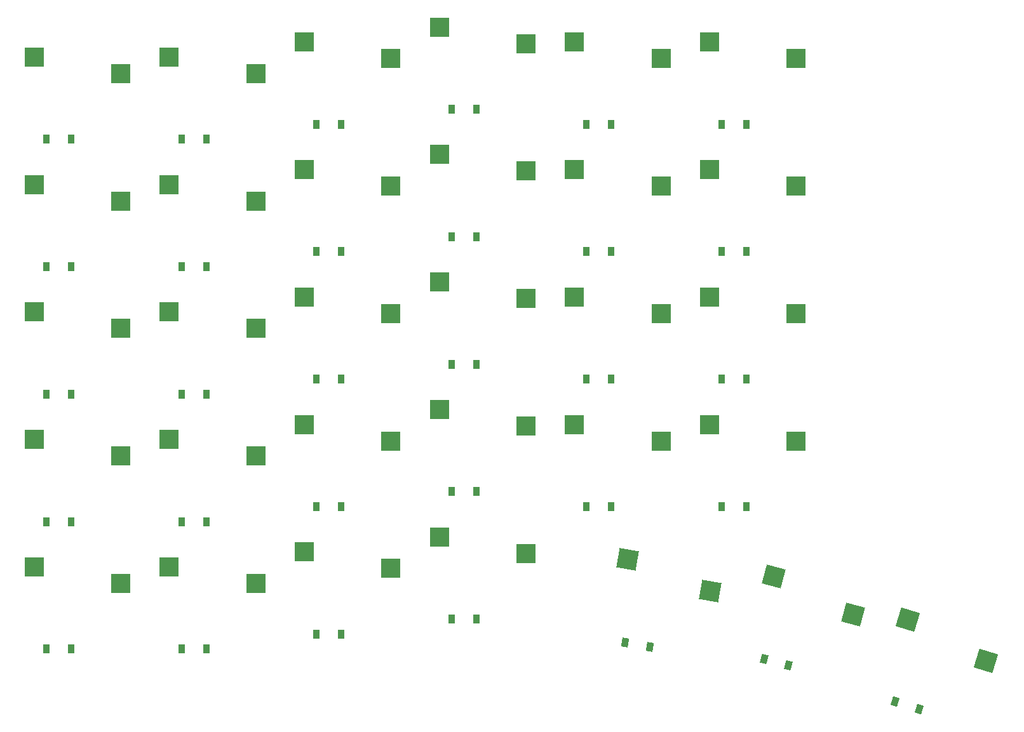
<source format=gbr>
%TF.GenerationSoftware,KiCad,Pcbnew,8.0.4*%
%TF.CreationDate,2024-10-05T17:03:56-04:00*%
%TF.ProjectId,mzizzi-split62,6d7a697a-7a69-42d7-9370-6c697436322e,v1.0.0*%
%TF.SameCoordinates,Original*%
%TF.FileFunction,Paste,Bot*%
%TF.FilePolarity,Positive*%
%FSLAX46Y46*%
G04 Gerber Fmt 4.6, Leading zero omitted, Abs format (unit mm)*
G04 Created by KiCad (PCBNEW 8.0.4) date 2024-10-05 17:03:56*
%MOMM*%
%LPD*%
G01*
G04 APERTURE LIST*
G04 Aperture macros list*
%AMRotRect*
0 Rectangle, with rotation*
0 The origin of the aperture is its center*
0 $1 length*
0 $2 width*
0 $3 Rotation angle, in degrees counterclockwise*
0 Add horizontal line*
21,1,$1,$2,0,0,$3*%
G04 Aperture macros list end*
%ADD10R,2.600000X2.600000*%
%ADD11R,0.900000X1.200000*%
%ADD12RotRect,2.600000X2.600000X345.000000*%
%ADD13RotRect,0.900000X1.200000X343.000000*%
%ADD14RotRect,2.600000X2.600000X350.000000*%
%ADD15RotRect,0.900000X1.200000X350.000000*%
%ADD16RotRect,2.600000X2.600000X343.000000*%
%ADD17RotRect,0.900000X1.200000X345.000000*%
G04 APERTURE END LIST*
D10*
%TO.C,S11*%
X182725000Y-142050000D03*
X194275000Y-144250000D03*
%TD*%
D11*
%TO.C,D23*%
X220350000Y-102000000D03*
X223650000Y-102000000D03*
%TD*%
D10*
%TO.C,S3*%
X146725000Y-110050000D03*
X158275000Y-112250000D03*
%TD*%
%TO.C,S1*%
X146725000Y-144050000D03*
X158275000Y-146250000D03*
%TD*%
D11*
%TO.C,D9*%
X166350000Y-104000000D03*
X169650000Y-104000000D03*
%TD*%
%TO.C,D20*%
X202350000Y-83000000D03*
X205650000Y-83000000D03*
%TD*%
%TO.C,D19*%
X202350000Y-100000000D03*
X205650000Y-100000000D03*
%TD*%
D10*
%TO.C,S9*%
X164725000Y-93050000D03*
X176275000Y-95250000D03*
%TD*%
%TO.C,S8*%
X164725000Y-110050000D03*
X176275000Y-112250000D03*
%TD*%
%TO.C,S6*%
X164725000Y-144050000D03*
X176275000Y-146250000D03*
%TD*%
%TO.C,S27*%
X236725000Y-91050000D03*
X248275000Y-93250000D03*
%TD*%
%TO.C,S16*%
X200725000Y-140050000D03*
X212275000Y-142250000D03*
%TD*%
D11*
%TO.C,D11*%
X184350000Y-153000000D03*
X187650000Y-153000000D03*
%TD*%
%TO.C,D7*%
X166350000Y-138000000D03*
X169650000Y-138000000D03*
%TD*%
%TO.C,D2*%
X148350000Y-138000000D03*
X151650000Y-138000000D03*
%TD*%
%TO.C,D8*%
X166350000Y-121000000D03*
X169650000Y-121000000D03*
%TD*%
D10*
%TO.C,S28*%
X236725000Y-74050000D03*
X248275000Y-76250000D03*
%TD*%
%TO.C,S2*%
X146725000Y-127050000D03*
X158275000Y-129250000D03*
%TD*%
D11*
%TO.C,D12*%
X184350000Y-136000000D03*
X187650000Y-136000000D03*
%TD*%
D10*
%TO.C,S10*%
X164725000Y-76050000D03*
X176275000Y-78250000D03*
%TD*%
%TO.C,S19*%
X200725000Y-89050000D03*
X212275000Y-91250000D03*
%TD*%
%TO.C,S20*%
X200725000Y-72050000D03*
X212275000Y-74250000D03*
%TD*%
%TO.C,S14*%
X182725000Y-91050000D03*
X194275000Y-93250000D03*
%TD*%
D11*
%TO.C,D13*%
X184350000Y-119000000D03*
X187650000Y-119000000D03*
%TD*%
%TO.C,D18*%
X202350000Y-117000000D03*
X205650000Y-117000000D03*
%TD*%
%TO.C,D21*%
X220350000Y-136000000D03*
X223650000Y-136000000D03*
%TD*%
D10*
%TO.C,S23*%
X218725000Y-91050000D03*
X230275000Y-93250000D03*
%TD*%
D11*
%TO.C,D26*%
X238350000Y-119000000D03*
X241650000Y-119000000D03*
%TD*%
D10*
%TO.C,S22*%
X218725000Y-108050000D03*
X230275000Y-110250000D03*
%TD*%
D11*
%TO.C,D28*%
X238350000Y-85000000D03*
X241650000Y-85000000D03*
%TD*%
%TO.C,D25*%
X238350000Y-136000000D03*
X241650000Y-136000000D03*
%TD*%
D10*
%TO.C,S13*%
X182725000Y-108050000D03*
X194275000Y-110250000D03*
%TD*%
D11*
%TO.C,D6*%
X166350000Y-155000000D03*
X169650000Y-155000000D03*
%TD*%
D10*
%TO.C,S7*%
X164725000Y-127050000D03*
X176275000Y-129250000D03*
%TD*%
%TO.C,S25*%
X236725000Y-125050000D03*
X248275000Y-127250000D03*
%TD*%
%TO.C,S18*%
X200725000Y-106050000D03*
X212275000Y-108250000D03*
%TD*%
D12*
%TO.C,S30*%
X245327851Y-145323669D03*
X255914893Y-150438066D03*
%TD*%
D11*
%TO.C,D3*%
X148350000Y-121000000D03*
X151650000Y-121000000D03*
%TD*%
%TO.C,D27*%
X238350000Y-102000000D03*
X241650000Y-102000000D03*
%TD*%
D10*
%TO.C,S24*%
X218725000Y-74050000D03*
X230275000Y-76250000D03*
%TD*%
D13*
%TO.C,D31*%
X261507900Y-162022078D03*
X264663706Y-162986904D03*
%TD*%
D10*
%TO.C,S12*%
X182725000Y-125050000D03*
X194275000Y-127250000D03*
%TD*%
%TO.C,S5*%
X146725000Y-76050000D03*
X158275000Y-78250000D03*
%TD*%
D11*
%TO.C,D10*%
X166350000Y-87000000D03*
X169650000Y-87000000D03*
%TD*%
D14*
%TO.C,S29*%
X225807961Y-143071696D03*
X236800465Y-147243910D03*
%TD*%
D15*
%TO.C,D29*%
X225506826Y-154137520D03*
X228756692Y-154710558D03*
%TD*%
D11*
%TO.C,D17*%
X202350000Y-134000000D03*
X205650000Y-134000000D03*
%TD*%
D10*
%TO.C,S15*%
X182725000Y-74050000D03*
X194275000Y-76250000D03*
%TD*%
D11*
%TO.C,D15*%
X184350000Y-85000000D03*
X187650000Y-85000000D03*
%TD*%
%TO.C,D5*%
X148350000Y-87000000D03*
X151650000Y-87000000D03*
%TD*%
D10*
%TO.C,S4*%
X146725000Y-93050000D03*
X158275000Y-95250000D03*
%TD*%
%TO.C,S26*%
X236725000Y-108050000D03*
X248275000Y-110250000D03*
%TD*%
D11*
%TO.C,D24*%
X220350000Y-85000000D03*
X223650000Y-85000000D03*
%TD*%
D16*
%TO.C,S31*%
X263155375Y-151075437D03*
X273557477Y-156556201D03*
%TD*%
D10*
%TO.C,S17*%
X200725000Y-123050000D03*
X212275000Y-125250000D03*
%TD*%
D11*
%TO.C,D1*%
X148350000Y-155000000D03*
X151650000Y-155000000D03*
%TD*%
%TO.C,D22*%
X220350000Y-119000000D03*
X223650000Y-119000000D03*
%TD*%
%TO.C,D4*%
X148350000Y-104000000D03*
X151650000Y-104000000D03*
%TD*%
D17*
%TO.C,D30*%
X244063411Y-156321140D03*
X247250967Y-157175240D03*
%TD*%
D11*
%TO.C,D16*%
X202350000Y-151000000D03*
X205650000Y-151000000D03*
%TD*%
D10*
%TO.C,S21*%
X218725000Y-125050000D03*
X230275000Y-127250000D03*
%TD*%
D11*
%TO.C,D14*%
X184350000Y-102000000D03*
X187650000Y-102000000D03*
%TD*%
M02*

</source>
